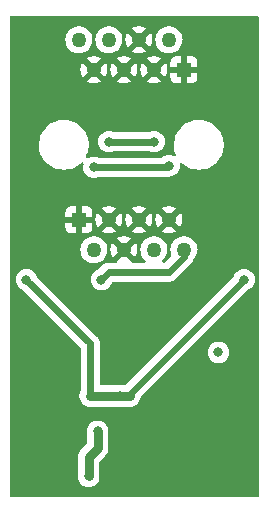
<source format=gbr>
G04 #@! TF.GenerationSoftware,KiCad,Pcbnew,(6.0.0)*
G04 #@! TF.CreationDate,2022-04-05T21:53:00-07:00*
G04 #@! TF.ProjectId,MoistureSensor,4d6f6973-7475-4726-9553-656e736f722e,rev?*
G04 #@! TF.SameCoordinates,Original*
G04 #@! TF.FileFunction,Copper,L2,Bot*
G04 #@! TF.FilePolarity,Positive*
%FSLAX46Y46*%
G04 Gerber Fmt 4.6, Leading zero omitted, Abs format (unit mm)*
G04 Created by KiCad (PCBNEW (6.0.0)) date 2022-04-05 21:53:00*
%MOMM*%
%LPD*%
G01*
G04 APERTURE LIST*
G04 #@! TA.AperFunction,ComponentPad*
%ADD10R,1.268000X1.268000*%
G04 #@! TD*
G04 #@! TA.AperFunction,ComponentPad*
%ADD11C,1.268000*%
G04 #@! TD*
G04 #@! TA.AperFunction,ViaPad*
%ADD12C,0.600000*%
G04 #@! TD*
G04 #@! TA.AperFunction,ViaPad*
%ADD13C,0.800000*%
G04 #@! TD*
G04 #@! TA.AperFunction,Conductor*
%ADD14C,0.600000*%
G04 #@! TD*
G04 #@! TA.AperFunction,Conductor*
%ADD15C,0.800000*%
G04 #@! TD*
G04 APERTURE END LIST*
D10*
X135890000Y-53340000D03*
D11*
X137160000Y-55880000D03*
X138430000Y-53340000D03*
X139700000Y-55880000D03*
X140970000Y-53340000D03*
X142240000Y-55880000D03*
X143510000Y-53340000D03*
X144780000Y-55880000D03*
D10*
X144780000Y-40640000D03*
D11*
X143510000Y-38100000D03*
X142240000Y-40640000D03*
X140970000Y-38100000D03*
X139700000Y-40640000D03*
X138430000Y-38100000D03*
X137160000Y-40640000D03*
X135890000Y-38100000D03*
D12*
X142875000Y-71755000D03*
X149021800Y-68884800D03*
X143510000Y-73406000D03*
X137795000Y-76200000D03*
X149860000Y-76200000D03*
X142875000Y-69850000D03*
D13*
X137795000Y-58420000D03*
X136715500Y-75057000D03*
X149860000Y-58420000D03*
X137477500Y-71247000D03*
X131445000Y-58420000D03*
X139385000Y-68260000D03*
X137160000Y-48895000D03*
X147701015Y-64571229D03*
X143510000Y-48768000D03*
X142240000Y-46736000D03*
X138430000Y-46736000D03*
D14*
X143510000Y-57785000D02*
X144780000Y-56515000D01*
X138430000Y-57785000D02*
X143510000Y-57785000D01*
X137795000Y-58420000D02*
X138430000Y-57785000D01*
X144780000Y-56515000D02*
X144780000Y-55880000D01*
D15*
X136715500Y-73406000D02*
X136715500Y-75057000D01*
D14*
X140208000Y-68260000D02*
X140208000Y-68072000D01*
X136840000Y-63815000D02*
X131445000Y-58420000D01*
X140208000Y-68072000D02*
X149860000Y-58420000D01*
D15*
X139385000Y-68260000D02*
X136840000Y-68260000D01*
X139385000Y-68260000D02*
X140208000Y-68260000D01*
X137477500Y-72644000D02*
X136715500Y-73406000D01*
X137477500Y-71247000D02*
X137477500Y-72644000D01*
D14*
X136840000Y-68260000D02*
X136840000Y-63815000D01*
X137160000Y-48895000D02*
X143383000Y-48895000D01*
X142240000Y-46736000D02*
X138430000Y-46736000D01*
G04 #@! TA.AperFunction,Conductor*
G36*
X151072121Y-36088002D02*
G01*
X151118614Y-36141658D01*
X151130000Y-36194000D01*
X151130000Y-76709000D01*
X151109998Y-76777121D01*
X151056342Y-76823614D01*
X151004000Y-76835000D01*
X130174000Y-76835000D01*
X130105879Y-76814998D01*
X130059386Y-76761342D01*
X130048000Y-76709000D01*
X130048000Y-75057000D01*
X135801996Y-75057000D01*
X135821958Y-75246928D01*
X135880973Y-75428556D01*
X135976460Y-75593944D01*
X136104247Y-75735866D01*
X136258748Y-75848118D01*
X136264776Y-75850802D01*
X136264778Y-75850803D01*
X136427181Y-75923109D01*
X136433212Y-75925794D01*
X136526612Y-75945647D01*
X136613556Y-75964128D01*
X136613561Y-75964128D01*
X136620013Y-75965500D01*
X136810987Y-75965500D01*
X136817439Y-75964128D01*
X136817444Y-75964128D01*
X136904388Y-75945647D01*
X136997788Y-75925794D01*
X137003819Y-75923109D01*
X137166222Y-75850803D01*
X137166224Y-75850802D01*
X137172252Y-75848118D01*
X137326753Y-75735866D01*
X137454540Y-75593944D01*
X137550027Y-75428556D01*
X137609042Y-75246928D01*
X137629004Y-75057000D01*
X137624690Y-75015955D01*
X137624000Y-75002784D01*
X137624000Y-73834503D01*
X137644002Y-73766382D01*
X137660905Y-73745408D01*
X138062332Y-73343981D01*
X138077365Y-73331140D01*
X138083413Y-73326746D01*
X138083414Y-73326745D01*
X138088753Y-73322866D01*
X138134516Y-73272041D01*
X138139057Y-73267256D01*
X138153572Y-73252741D01*
X138166494Y-73236784D01*
X138170778Y-73231769D01*
X138212119Y-73185855D01*
X138212123Y-73185850D01*
X138216540Y-73180944D01*
X138219840Y-73175228D01*
X138219843Y-73175224D01*
X138223573Y-73168763D01*
X138234773Y-73152466D01*
X138239475Y-73146660D01*
X138239476Y-73146658D01*
X138243629Y-73141530D01*
X138272431Y-73085004D01*
X138274688Y-73080574D01*
X138277836Y-73074777D01*
X138308724Y-73021277D01*
X138312027Y-73015556D01*
X138316375Y-73002174D01*
X138323938Y-72983915D01*
X138330330Y-72971370D01*
X138348037Y-72905288D01*
X138349909Y-72898969D01*
X138352880Y-72889827D01*
X138371042Y-72833928D01*
X138372514Y-72819925D01*
X138376115Y-72800496D01*
X138379757Y-72786903D01*
X138382632Y-72732043D01*
X138383336Y-72718616D01*
X138383853Y-72712042D01*
X138385656Y-72694884D01*
X138385656Y-72694882D01*
X138386000Y-72691610D01*
X138386000Y-72671074D01*
X138386173Y-72664480D01*
X138389407Y-72602782D01*
X138389407Y-72602777D01*
X138389752Y-72596190D01*
X138387551Y-72582293D01*
X138386000Y-72562583D01*
X138386000Y-71301216D01*
X138386690Y-71288045D01*
X138390314Y-71253565D01*
X138391004Y-71247000D01*
X138371042Y-71057072D01*
X138312027Y-70875444D01*
X138216540Y-70710056D01*
X138088753Y-70568134D01*
X137934252Y-70455882D01*
X137928224Y-70453198D01*
X137928222Y-70453197D01*
X137765819Y-70380891D01*
X137765818Y-70380891D01*
X137759788Y-70378206D01*
X137666388Y-70358353D01*
X137579444Y-70339872D01*
X137579439Y-70339872D01*
X137572987Y-70338500D01*
X137382013Y-70338500D01*
X137375561Y-70339872D01*
X137375556Y-70339872D01*
X137288612Y-70358353D01*
X137195212Y-70378206D01*
X137189182Y-70380891D01*
X137189181Y-70380891D01*
X137026778Y-70453197D01*
X137026776Y-70453198D01*
X137020748Y-70455882D01*
X136866247Y-70568134D01*
X136738460Y-70710056D01*
X136642973Y-70875444D01*
X136583958Y-71057072D01*
X136563996Y-71247000D01*
X136564686Y-71253565D01*
X136568310Y-71288045D01*
X136569000Y-71301216D01*
X136569000Y-72215497D01*
X136548998Y-72283618D01*
X136532095Y-72304592D01*
X136130668Y-72706019D01*
X136115635Y-72718860D01*
X136104247Y-72727134D01*
X136099827Y-72732043D01*
X136058484Y-72777959D01*
X136053943Y-72782744D01*
X136039428Y-72797259D01*
X136037352Y-72799823D01*
X136026506Y-72813216D01*
X136022222Y-72818231D01*
X135980881Y-72864145D01*
X135980877Y-72864150D01*
X135976460Y-72869056D01*
X135973160Y-72874772D01*
X135973157Y-72874776D01*
X135969427Y-72881237D01*
X135958227Y-72897533D01*
X135949371Y-72908470D01*
X135920569Y-72964997D01*
X135918315Y-72969421D01*
X135915169Y-72975215D01*
X135880973Y-73034444D01*
X135878932Y-73040726D01*
X135878931Y-73040728D01*
X135876625Y-73047826D01*
X135869060Y-73066092D01*
X135862671Y-73078630D01*
X135860963Y-73085003D01*
X135860963Y-73085004D01*
X135844969Y-73144695D01*
X135843100Y-73151003D01*
X135821958Y-73216072D01*
X135821268Y-73222637D01*
X135821266Y-73222646D01*
X135820485Y-73230075D01*
X135816883Y-73249509D01*
X135815392Y-73255077D01*
X135813243Y-73263097D01*
X135812898Y-73269688D01*
X135812897Y-73269692D01*
X135809664Y-73331384D01*
X135809147Y-73337958D01*
X135808514Y-73343981D01*
X135807000Y-73358390D01*
X135807000Y-73378926D01*
X135806827Y-73385520D01*
X135803248Y-73453810D01*
X135804280Y-73460325D01*
X135805449Y-73467705D01*
X135807000Y-73487417D01*
X135807000Y-75002784D01*
X135806310Y-75015955D01*
X135801996Y-75057000D01*
X130048000Y-75057000D01*
X130048000Y-58420000D01*
X130531496Y-58420000D01*
X130532186Y-58426565D01*
X130549824Y-58594377D01*
X130551458Y-58609928D01*
X130610473Y-58791556D01*
X130705960Y-58956944D01*
X130833747Y-59098866D01*
X130988248Y-59211118D01*
X130994276Y-59213802D01*
X130994278Y-59213803D01*
X131155242Y-59285468D01*
X131193088Y-59311480D01*
X135994595Y-64112987D01*
X136028621Y-64175299D01*
X136031500Y-64202082D01*
X136031500Y-67815506D01*
X136020607Y-67866755D01*
X135971206Y-67977712D01*
X135931500Y-68164513D01*
X135931500Y-68355487D01*
X135971206Y-68542288D01*
X136048882Y-68716752D01*
X136161134Y-68871253D01*
X136303056Y-68999040D01*
X136468444Y-69094527D01*
X136650072Y-69153542D01*
X136656633Y-69154232D01*
X136656635Y-69154232D01*
X136709889Y-69159829D01*
X136792390Y-69168500D01*
X140255610Y-69168500D01*
X140338111Y-69159829D01*
X140391365Y-69154232D01*
X140391367Y-69154232D01*
X140397928Y-69153542D01*
X140579556Y-69094527D01*
X140744944Y-68999040D01*
X140886866Y-68871253D01*
X140999118Y-68716752D01*
X141076794Y-68542288D01*
X141116500Y-68355487D01*
X141116500Y-68348884D01*
X141116768Y-68346335D01*
X141143781Y-68280678D01*
X141152983Y-68270409D01*
X144852163Y-64571229D01*
X146787511Y-64571229D01*
X146807473Y-64761157D01*
X146866488Y-64942785D01*
X146961975Y-65108173D01*
X147089762Y-65250095D01*
X147244263Y-65362347D01*
X147250291Y-65365031D01*
X147250293Y-65365032D01*
X147412696Y-65437338D01*
X147418727Y-65440023D01*
X147512127Y-65459876D01*
X147599071Y-65478357D01*
X147599076Y-65478357D01*
X147605528Y-65479729D01*
X147796502Y-65479729D01*
X147802954Y-65478357D01*
X147802959Y-65478357D01*
X147889903Y-65459876D01*
X147983303Y-65440023D01*
X147989334Y-65437338D01*
X148151737Y-65365032D01*
X148151739Y-65365031D01*
X148157767Y-65362347D01*
X148312268Y-65250095D01*
X148440055Y-65108173D01*
X148535542Y-64942785D01*
X148594557Y-64761157D01*
X148614519Y-64571229D01*
X148594557Y-64381301D01*
X148535542Y-64199673D01*
X148440055Y-64034285D01*
X148312268Y-63892363D01*
X148157767Y-63780111D01*
X148151739Y-63777427D01*
X148151737Y-63777426D01*
X147989334Y-63705120D01*
X147989333Y-63705120D01*
X147983303Y-63702435D01*
X147889903Y-63682582D01*
X147802959Y-63664101D01*
X147802954Y-63664101D01*
X147796502Y-63662729D01*
X147605528Y-63662729D01*
X147599076Y-63664101D01*
X147599071Y-63664101D01*
X147512127Y-63682582D01*
X147418727Y-63702435D01*
X147412697Y-63705120D01*
X147412696Y-63705120D01*
X147250293Y-63777426D01*
X147250291Y-63777427D01*
X147244263Y-63780111D01*
X147089762Y-63892363D01*
X146961975Y-64034285D01*
X146866488Y-64199673D01*
X146807473Y-64381301D01*
X146787511Y-64571229D01*
X144852163Y-64571229D01*
X150111912Y-59311480D01*
X150149758Y-59285468D01*
X150310722Y-59213803D01*
X150310724Y-59213802D01*
X150316752Y-59211118D01*
X150471253Y-59098866D01*
X150599040Y-58956944D01*
X150694527Y-58791556D01*
X150753542Y-58609928D01*
X150755177Y-58594377D01*
X150772814Y-58426565D01*
X150773504Y-58420000D01*
X150760347Y-58294815D01*
X150754232Y-58236635D01*
X150754232Y-58236633D01*
X150753542Y-58230072D01*
X150694527Y-58048444D01*
X150599040Y-57883056D01*
X150471253Y-57741134D01*
X150316752Y-57628882D01*
X150310724Y-57626198D01*
X150310722Y-57626197D01*
X150148319Y-57553891D01*
X150148318Y-57553891D01*
X150142288Y-57551206D01*
X150048887Y-57531353D01*
X149961944Y-57512872D01*
X149961939Y-57512872D01*
X149955487Y-57511500D01*
X149764513Y-57511500D01*
X149758061Y-57512872D01*
X149758056Y-57512872D01*
X149671113Y-57531353D01*
X149577712Y-57551206D01*
X149571682Y-57553891D01*
X149571681Y-57553891D01*
X149409278Y-57626197D01*
X149409276Y-57626198D01*
X149403248Y-57628882D01*
X149248747Y-57741134D01*
X149120960Y-57883056D01*
X149025473Y-58048444D01*
X149023432Y-58054725D01*
X149023432Y-58054726D01*
X149004646Y-58112543D01*
X148973908Y-58162701D01*
X139822013Y-67314595D01*
X139759701Y-67348621D01*
X139732918Y-67351500D01*
X137774500Y-67351500D01*
X137706379Y-67331498D01*
X137659886Y-67277842D01*
X137648500Y-67225500D01*
X137648500Y-63824165D01*
X137648507Y-63822846D01*
X137648954Y-63780111D01*
X137649450Y-63732779D01*
X137647963Y-63725901D01*
X137647962Y-63725891D01*
X137640291Y-63690413D01*
X137638230Y-63677831D01*
X137634182Y-63641743D01*
X137633397Y-63634745D01*
X137622368Y-63603074D01*
X137618205Y-63588265D01*
X137612607Y-63562371D01*
X137612606Y-63562368D01*
X137611119Y-63555490D01*
X137592792Y-63516187D01*
X137588010Y-63504411D01*
X137573745Y-63463448D01*
X137570010Y-63457470D01*
X137555973Y-63435005D01*
X137548634Y-63421488D01*
X137537441Y-63397486D01*
X137537440Y-63397485D01*
X137534462Y-63391098D01*
X137507894Y-63356847D01*
X137500598Y-63346388D01*
X137481358Y-63315596D01*
X137481356Y-63315593D01*
X137477626Y-63309624D01*
X137449024Y-63280821D01*
X137448439Y-63280196D01*
X137447922Y-63279530D01*
X137421932Y-63253540D01*
X137349815Y-63180918D01*
X137348778Y-63180260D01*
X137347549Y-63179157D01*
X132588392Y-58420000D01*
X136881496Y-58420000D01*
X136882186Y-58426565D01*
X136899824Y-58594377D01*
X136901458Y-58609928D01*
X136960473Y-58791556D01*
X137055960Y-58956944D01*
X137183747Y-59098866D01*
X137338248Y-59211118D01*
X137344276Y-59213802D01*
X137344278Y-59213803D01*
X137506681Y-59286109D01*
X137512712Y-59288794D01*
X137606113Y-59308647D01*
X137693056Y-59327128D01*
X137693061Y-59327128D01*
X137699513Y-59328500D01*
X137890487Y-59328500D01*
X137896939Y-59327128D01*
X137896944Y-59327128D01*
X137983887Y-59308647D01*
X138077288Y-59288794D01*
X138083319Y-59286109D01*
X138245722Y-59213803D01*
X138245724Y-59213802D01*
X138251752Y-59211118D01*
X138406253Y-59098866D01*
X138534040Y-58956944D01*
X138629527Y-58791556D01*
X138650354Y-58727457D01*
X138681092Y-58677299D01*
X138727986Y-58630405D01*
X138790298Y-58596379D01*
X138817081Y-58593500D01*
X143500786Y-58593500D01*
X143502106Y-58593507D01*
X143592221Y-58594451D01*
X143634597Y-58585289D01*
X143647163Y-58583231D01*
X143690255Y-58578397D01*
X143696906Y-58576081D01*
X143696910Y-58576080D01*
X143721930Y-58567367D01*
X143736742Y-58563204D01*
X143762619Y-58557609D01*
X143769510Y-58556119D01*
X143808813Y-58537792D01*
X143820589Y-58533010D01*
X143861552Y-58518745D01*
X143867527Y-58515011D01*
X143867530Y-58515010D01*
X143889995Y-58500973D01*
X143903512Y-58493634D01*
X143927514Y-58482441D01*
X143927515Y-58482440D01*
X143933902Y-58479462D01*
X143968153Y-58452894D01*
X143978612Y-58445598D01*
X144009404Y-58426358D01*
X144009407Y-58426356D01*
X144015376Y-58422626D01*
X144044179Y-58394024D01*
X144044804Y-58393439D01*
X144045470Y-58392922D01*
X144071460Y-58366932D01*
X144144082Y-58294815D01*
X144144740Y-58293778D01*
X144145843Y-58292549D01*
X145345158Y-57093234D01*
X145346095Y-57092306D01*
X145405475Y-57034157D01*
X145405476Y-57034156D01*
X145410507Y-57029229D01*
X145433998Y-56992779D01*
X145441417Y-56982454D01*
X145468476Y-56948557D01*
X145472809Y-56939595D01*
X145483072Y-56918363D01*
X145490602Y-56904945D01*
X145491957Y-56902842D01*
X145508765Y-56876762D01*
X145511173Y-56870145D01*
X145511176Y-56870140D01*
X145523592Y-56836027D01*
X145528553Y-56824284D01*
X145544354Y-56791597D01*
X145544356Y-56791592D01*
X145547421Y-56785251D01*
X145549004Y-56778395D01*
X145549006Y-56778389D01*
X145554529Y-56754463D01*
X145587978Y-56694120D01*
X145591331Y-56691331D01*
X145725598Y-56529892D01*
X145828197Y-56346688D01*
X145895692Y-56147854D01*
X145896538Y-56142023D01*
X145925291Y-55943720D01*
X145925291Y-55943718D01*
X145925823Y-55940050D01*
X145927395Y-55880000D01*
X145908182Y-55670904D01*
X145898348Y-55636033D01*
X145890846Y-55609433D01*
X145851186Y-55468810D01*
X145848633Y-55463633D01*
X145848631Y-55463628D01*
X145760869Y-55285667D01*
X145758315Y-55280488D01*
X145632681Y-55112243D01*
X145478490Y-54969710D01*
X145300906Y-54857664D01*
X145105878Y-54779855D01*
X145100210Y-54778728D01*
X145100208Y-54778727D01*
X144905603Y-54740018D01*
X144905599Y-54740018D01*
X144899935Y-54738891D01*
X144894160Y-54738815D01*
X144894156Y-54738815D01*
X144788786Y-54737436D01*
X144689976Y-54736142D01*
X144684279Y-54737121D01*
X144684278Y-54737121D01*
X144488729Y-54770723D01*
X144483032Y-54771702D01*
X144286034Y-54844378D01*
X144281073Y-54847330D01*
X144281072Y-54847330D01*
X144183427Y-54905423D01*
X144105578Y-54951738D01*
X143947709Y-55090185D01*
X143817714Y-55255084D01*
X143815025Y-55260195D01*
X143815023Y-55260198D01*
X143801623Y-55285667D01*
X143719945Y-55440911D01*
X143657678Y-55641443D01*
X143657000Y-55647172D01*
X143657000Y-55647173D01*
X143634087Y-55840766D01*
X143619316Y-55875373D01*
X143633869Y-55899377D01*
X143637815Y-55923457D01*
X143646731Y-56059492D01*
X143648152Y-56065088D01*
X143648153Y-56065093D01*
X143693694Y-56244408D01*
X143698418Y-56263008D01*
X143700835Y-56268251D01*
X143721663Y-56313430D01*
X143732018Y-56383667D01*
X143702756Y-56448353D01*
X143696332Y-56455276D01*
X143212013Y-56939595D01*
X143149701Y-56973621D01*
X143122918Y-56976500D01*
X143056998Y-56976500D01*
X142988877Y-56956498D01*
X142942384Y-56902842D01*
X142932280Y-56832568D01*
X142961774Y-56767988D01*
X142976429Y-56753626D01*
X143046893Y-56695022D01*
X143051331Y-56691331D01*
X143185598Y-56529892D01*
X143288197Y-56346688D01*
X143355692Y-56147854D01*
X143356538Y-56142023D01*
X143385291Y-55943720D01*
X143385291Y-55943718D01*
X143385823Y-55940050D01*
X143386128Y-55928401D01*
X143401361Y-55881134D01*
X143384730Y-55847000D01*
X143383489Y-55837486D01*
X143368711Y-55676661D01*
X143368182Y-55670904D01*
X143358348Y-55636033D01*
X143350846Y-55609433D01*
X143311186Y-55468810D01*
X143308633Y-55463633D01*
X143308631Y-55463628D01*
X143220869Y-55285667D01*
X143218315Y-55280488D01*
X143092681Y-55112243D01*
X142938490Y-54969710D01*
X142760906Y-54857664D01*
X142565878Y-54779855D01*
X142560210Y-54778728D01*
X142560208Y-54778727D01*
X142365603Y-54740018D01*
X142365599Y-54740018D01*
X142359935Y-54738891D01*
X142354160Y-54738815D01*
X142354156Y-54738815D01*
X142248786Y-54737436D01*
X142149976Y-54736142D01*
X142144279Y-54737121D01*
X142144278Y-54737121D01*
X141948729Y-54770723D01*
X141943032Y-54771702D01*
X141746034Y-54844378D01*
X141741073Y-54847330D01*
X141741072Y-54847330D01*
X141643427Y-54905423D01*
X141565578Y-54951738D01*
X141407709Y-55090185D01*
X141277714Y-55255084D01*
X141275025Y-55260195D01*
X141275023Y-55260198D01*
X141261623Y-55285667D01*
X141179945Y-55440911D01*
X141117678Y-55641443D01*
X141117000Y-55647172D01*
X141093803Y-55843160D01*
X141080975Y-55873214D01*
X141093509Y-55893888D01*
X141097455Y-55917969D01*
X141099143Y-55943720D01*
X141106731Y-56059492D01*
X141108152Y-56065088D01*
X141108153Y-56065093D01*
X141153694Y-56244408D01*
X141158418Y-56263008D01*
X141246327Y-56453697D01*
X141367514Y-56625173D01*
X141371648Y-56629200D01*
X141506170Y-56760246D01*
X141541007Y-56822108D01*
X141536870Y-56892984D01*
X141495071Y-56950371D01*
X141428881Y-56976051D01*
X141418248Y-56976500D01*
X140431749Y-56976500D01*
X140363628Y-56956498D01*
X140317135Y-56902842D01*
X140312771Y-56872491D01*
X140299920Y-56839130D01*
X139712812Y-56252022D01*
X139698868Y-56244408D01*
X139697035Y-56244539D01*
X139690420Y-56248790D01*
X139104748Y-56834462D01*
X139093820Y-56854474D01*
X139081548Y-56910886D01*
X139031345Y-56961088D01*
X138970961Y-56976500D01*
X138439260Y-56976500D01*
X138437941Y-56976493D01*
X138347779Y-56975549D01*
X138340893Y-56977038D01*
X138340891Y-56977038D01*
X138331563Y-56979055D01*
X138305403Y-56984711D01*
X138292837Y-56986769D01*
X138249745Y-56991603D01*
X138243094Y-56993919D01*
X138243090Y-56993920D01*
X138218070Y-57002633D01*
X138203257Y-57006796D01*
X138170490Y-57013881D01*
X138131189Y-57032207D01*
X138119406Y-57036992D01*
X138078448Y-57051255D01*
X138072471Y-57054990D01*
X138050016Y-57069021D01*
X138036499Y-57076360D01*
X138012481Y-57087560D01*
X138012477Y-57087562D01*
X138006098Y-57090537D01*
X138000534Y-57094853D01*
X138000532Y-57094854D01*
X137971840Y-57117109D01*
X137961385Y-57124403D01*
X137924624Y-57147374D01*
X137919627Y-57152336D01*
X137919626Y-57152337D01*
X137895821Y-57175976D01*
X137895196Y-57176561D01*
X137894530Y-57177078D01*
X137868540Y-57203068D01*
X137795918Y-57275185D01*
X137795260Y-57276222D01*
X137794157Y-57277451D01*
X137543088Y-57528520D01*
X137505242Y-57554532D01*
X137344278Y-57626197D01*
X137344276Y-57626198D01*
X137338248Y-57628882D01*
X137183747Y-57741134D01*
X137055960Y-57883056D01*
X136960473Y-58048444D01*
X136901458Y-58230072D01*
X136900768Y-58236633D01*
X136900768Y-58236635D01*
X136894653Y-58294815D01*
X136881496Y-58420000D01*
X132588392Y-58420000D01*
X132331092Y-58162700D01*
X132300354Y-58112542D01*
X132281568Y-58054725D01*
X132281567Y-58054724D01*
X132279527Y-58048444D01*
X132184040Y-57883056D01*
X132056253Y-57741134D01*
X131901752Y-57628882D01*
X131895724Y-57626198D01*
X131895722Y-57626197D01*
X131733319Y-57553891D01*
X131733318Y-57553891D01*
X131727288Y-57551206D01*
X131633887Y-57531353D01*
X131546944Y-57512872D01*
X131546939Y-57512872D01*
X131540487Y-57511500D01*
X131349513Y-57511500D01*
X131343061Y-57512872D01*
X131343056Y-57512872D01*
X131256113Y-57531353D01*
X131162712Y-57551206D01*
X131156682Y-57553891D01*
X131156681Y-57553891D01*
X130994278Y-57626197D01*
X130994276Y-57626198D01*
X130988248Y-57628882D01*
X130833747Y-57741134D01*
X130705960Y-57883056D01*
X130610473Y-58048444D01*
X130551458Y-58230072D01*
X130550768Y-58236633D01*
X130550768Y-58236635D01*
X130544653Y-58294815D01*
X130531496Y-58420000D01*
X130048000Y-58420000D01*
X130048000Y-55849965D01*
X136012998Y-55849965D01*
X136026731Y-56059492D01*
X136028152Y-56065088D01*
X136028153Y-56065093D01*
X136073694Y-56244408D01*
X136078418Y-56263008D01*
X136166327Y-56453697D01*
X136287514Y-56625173D01*
X136437921Y-56771693D01*
X136442717Y-56774898D01*
X136442720Y-56774900D01*
X136531861Y-56834462D01*
X136612510Y-56888350D01*
X136617813Y-56890628D01*
X136617816Y-56890630D01*
X136800128Y-56968957D01*
X136805435Y-56971237D01*
X136891970Y-56990818D01*
X137004599Y-57016304D01*
X137004602Y-57016304D01*
X137010235Y-57017579D01*
X137016006Y-57017806D01*
X137016008Y-57017806D01*
X137078661Y-57020268D01*
X137220050Y-57025823D01*
X137225759Y-57024995D01*
X137225763Y-57024995D01*
X137422139Y-56996521D01*
X137422143Y-56996520D01*
X137427854Y-56995692D01*
X137626688Y-56928197D01*
X137809892Y-56825598D01*
X137971331Y-56691331D01*
X138105598Y-56529892D01*
X138208197Y-56346688D01*
X138275692Y-56147854D01*
X138276538Y-56142023D01*
X138305291Y-55943720D01*
X138305291Y-55943718D01*
X138305823Y-55940050D01*
X138306271Y-55922928D01*
X138320008Y-55880304D01*
X138316560Y-55873227D01*
X138541477Y-55873227D01*
X138554011Y-55893900D01*
X138557958Y-55917983D01*
X138566850Y-56053645D01*
X138568651Y-56065015D01*
X138617470Y-56257240D01*
X138621311Y-56268087D01*
X138704344Y-56448201D01*
X138710095Y-56458162D01*
X138721392Y-56474148D01*
X138731982Y-56482536D01*
X138745282Y-56475508D01*
X139327978Y-55892812D01*
X139334356Y-55881132D01*
X140064408Y-55881132D01*
X140064539Y-55882965D01*
X140068790Y-55889580D01*
X140655215Y-56476005D01*
X140667595Y-56482765D01*
X140674175Y-56477839D01*
X140744914Y-56351526D01*
X140749596Y-56341011D01*
X140813347Y-56153206D01*
X140816032Y-56142023D01*
X140844787Y-55943698D01*
X140845417Y-55936315D01*
X140845768Y-55922913D01*
X140859503Y-55880296D01*
X140844445Y-55849392D01*
X140843205Y-55839879D01*
X140828216Y-55676753D01*
X140826118Y-55665432D01*
X140772285Y-55474556D01*
X140768160Y-55463809D01*
X140680441Y-55285932D01*
X140678431Y-55282652D01*
X140669161Y-55275696D01*
X140656743Y-55282467D01*
X140072022Y-55867188D01*
X140064408Y-55881132D01*
X139334356Y-55881132D01*
X139335592Y-55878868D01*
X139335461Y-55877035D01*
X139331210Y-55870420D01*
X138743367Y-55282577D01*
X138730987Y-55275817D01*
X138725021Y-55280283D01*
X138643099Y-55435991D01*
X138638696Y-55446624D01*
X138579882Y-55636033D01*
X138577492Y-55647277D01*
X138554307Y-55843167D01*
X138541477Y-55873227D01*
X138316560Y-55873227D01*
X138304950Y-55849400D01*
X138303709Y-55839886D01*
X138303489Y-55837486D01*
X138288182Y-55670904D01*
X138278348Y-55636033D01*
X138270846Y-55609433D01*
X138231186Y-55468810D01*
X138228633Y-55463633D01*
X138228631Y-55463628D01*
X138140869Y-55285667D01*
X138138315Y-55280488D01*
X138012681Y-55112243D01*
X137858490Y-54969710D01*
X137769986Y-54913869D01*
X139097981Y-54913869D01*
X139101468Y-54922258D01*
X139687188Y-55507978D01*
X139701132Y-55515592D01*
X139702965Y-55515461D01*
X139709580Y-55511210D01*
X140294932Y-54925858D01*
X140301692Y-54913478D01*
X140295662Y-54905423D01*
X140225561Y-54861193D01*
X140215317Y-54855973D01*
X140031103Y-54782479D01*
X140020065Y-54779209D01*
X139825551Y-54740518D01*
X139814104Y-54739315D01*
X139615798Y-54736719D01*
X139604318Y-54737622D01*
X139408860Y-54771208D01*
X139397740Y-54774188D01*
X139211666Y-54842834D01*
X139201289Y-54847784D01*
X139107579Y-54903536D01*
X139097981Y-54913869D01*
X137769986Y-54913869D01*
X137680906Y-54857664D01*
X137485878Y-54779855D01*
X137480210Y-54778728D01*
X137480208Y-54778727D01*
X137285603Y-54740018D01*
X137285599Y-54740018D01*
X137279935Y-54738891D01*
X137274160Y-54738815D01*
X137274156Y-54738815D01*
X137168786Y-54737436D01*
X137069976Y-54736142D01*
X137064279Y-54737121D01*
X137064278Y-54737121D01*
X136868729Y-54770723D01*
X136863032Y-54771702D01*
X136666034Y-54844378D01*
X136661073Y-54847330D01*
X136661072Y-54847330D01*
X136563427Y-54905423D01*
X136485578Y-54951738D01*
X136327709Y-55090185D01*
X136197714Y-55255084D01*
X136195025Y-55260195D01*
X136195023Y-55260198D01*
X136181623Y-55285667D01*
X136099945Y-55440911D01*
X136037678Y-55641443D01*
X136012998Y-55849965D01*
X130048000Y-55849965D01*
X130048000Y-54018669D01*
X134748001Y-54018669D01*
X134748371Y-54025490D01*
X134753895Y-54076352D01*
X134757521Y-54091604D01*
X134802676Y-54212054D01*
X134811214Y-54227649D01*
X134887715Y-54329724D01*
X134900276Y-54342285D01*
X135002351Y-54418786D01*
X135017946Y-54427324D01*
X135138394Y-54472478D01*
X135153649Y-54476105D01*
X135204514Y-54481631D01*
X135211328Y-54482000D01*
X135617885Y-54482000D01*
X135633124Y-54477525D01*
X135634329Y-54476135D01*
X135636000Y-54468452D01*
X135636000Y-54463884D01*
X136144000Y-54463884D01*
X136148475Y-54479123D01*
X136149865Y-54480328D01*
X136157548Y-54481999D01*
X136568669Y-54481999D01*
X136575490Y-54481629D01*
X136626352Y-54476105D01*
X136641604Y-54472479D01*
X136762054Y-54427324D01*
X136777649Y-54418786D01*
X136879724Y-54342285D01*
X136892285Y-54329724D01*
X136910208Y-54305809D01*
X137828552Y-54305809D01*
X137838432Y-54318296D01*
X137877949Y-54344700D01*
X137888054Y-54350187D01*
X138070284Y-54428479D01*
X138081227Y-54432034D01*
X138274664Y-54475805D01*
X138286074Y-54477307D01*
X138484256Y-54485093D01*
X138495738Y-54484491D01*
X138692023Y-54456032D01*
X138703206Y-54453347D01*
X138891011Y-54389596D01*
X138901526Y-54384914D01*
X139023011Y-54316879D01*
X139032875Y-54306801D01*
X139032493Y-54305809D01*
X140368552Y-54305809D01*
X140378432Y-54318296D01*
X140417949Y-54344700D01*
X140428054Y-54350187D01*
X140610284Y-54428479D01*
X140621227Y-54432034D01*
X140814664Y-54475805D01*
X140826074Y-54477307D01*
X141024256Y-54485093D01*
X141035738Y-54484491D01*
X141232023Y-54456032D01*
X141243206Y-54453347D01*
X141431011Y-54389596D01*
X141441526Y-54384914D01*
X141563011Y-54316879D01*
X141572875Y-54306801D01*
X141572493Y-54305809D01*
X142908552Y-54305809D01*
X142918432Y-54318296D01*
X142957949Y-54344700D01*
X142968054Y-54350187D01*
X143150284Y-54428479D01*
X143161227Y-54432034D01*
X143354664Y-54475805D01*
X143366074Y-54477307D01*
X143564256Y-54485093D01*
X143575738Y-54484491D01*
X143772023Y-54456032D01*
X143783206Y-54453347D01*
X143971011Y-54389596D01*
X143981526Y-54384914D01*
X144103011Y-54316879D01*
X144112875Y-54306801D01*
X144109920Y-54299130D01*
X143522812Y-53712022D01*
X143508868Y-53704408D01*
X143507035Y-53704539D01*
X143500420Y-53708790D01*
X142914748Y-54294462D01*
X142908552Y-54305809D01*
X141572493Y-54305809D01*
X141569920Y-54299130D01*
X140982812Y-53712022D01*
X140968868Y-53704408D01*
X140967035Y-53704539D01*
X140960420Y-53708790D01*
X140374748Y-54294462D01*
X140368552Y-54305809D01*
X139032493Y-54305809D01*
X139029920Y-54299130D01*
X138442812Y-53712022D01*
X138428868Y-53704408D01*
X138427035Y-53704539D01*
X138420420Y-53708790D01*
X137834748Y-54294462D01*
X137828552Y-54305809D01*
X136910208Y-54305809D01*
X136968786Y-54227649D01*
X136977324Y-54212054D01*
X137022478Y-54091606D01*
X137026105Y-54076351D01*
X137031631Y-54025486D01*
X137032000Y-54018672D01*
X137032000Y-53612115D01*
X137027525Y-53596876D01*
X137026135Y-53595671D01*
X137018452Y-53594000D01*
X136162115Y-53594000D01*
X136146876Y-53598475D01*
X136145671Y-53599865D01*
X136144000Y-53607548D01*
X136144000Y-54463884D01*
X135636000Y-54463884D01*
X135636000Y-53612115D01*
X135631525Y-53596876D01*
X135630135Y-53595671D01*
X135622452Y-53594000D01*
X134766116Y-53594000D01*
X134750877Y-53598475D01*
X134749672Y-53599865D01*
X134748001Y-53607548D01*
X134748001Y-54018669D01*
X130048000Y-54018669D01*
X130048000Y-53315744D01*
X137283879Y-53315744D01*
X137296850Y-53513645D01*
X137298651Y-53525015D01*
X137347470Y-53717240D01*
X137351311Y-53728087D01*
X137434344Y-53908201D01*
X137440095Y-53918162D01*
X137451392Y-53934148D01*
X137461982Y-53942536D01*
X137475282Y-53935508D01*
X138057978Y-53352812D01*
X138064356Y-53341132D01*
X138794408Y-53341132D01*
X138794539Y-53342965D01*
X138798790Y-53349580D01*
X139385215Y-53936005D01*
X139397595Y-53942765D01*
X139404175Y-53937839D01*
X139474914Y-53811526D01*
X139479596Y-53801011D01*
X139543347Y-53613206D01*
X139546032Y-53602023D01*
X139574787Y-53403698D01*
X139575417Y-53396315D01*
X139575912Y-53377435D01*
X139588150Y-53339465D01*
X139584059Y-53331068D01*
X139813136Y-53331068D01*
X139823654Y-53348417D01*
X139827599Y-53372496D01*
X139836850Y-53513645D01*
X139838651Y-53525015D01*
X139887470Y-53717240D01*
X139891311Y-53728087D01*
X139974344Y-53908201D01*
X139980095Y-53918162D01*
X139991392Y-53934148D01*
X140001982Y-53942536D01*
X140015282Y-53935508D01*
X140597978Y-53352812D01*
X140604356Y-53341132D01*
X141334408Y-53341132D01*
X141334539Y-53342965D01*
X141338790Y-53349580D01*
X141925215Y-53936005D01*
X141937595Y-53942765D01*
X141944175Y-53937839D01*
X142014914Y-53811526D01*
X142019596Y-53801011D01*
X142083347Y-53613206D01*
X142086032Y-53602023D01*
X142114787Y-53403698D01*
X142115417Y-53396315D01*
X142115912Y-53377435D01*
X142128150Y-53339465D01*
X142124059Y-53331068D01*
X142353136Y-53331068D01*
X142363654Y-53348417D01*
X142367599Y-53372496D01*
X142376850Y-53513645D01*
X142378651Y-53525015D01*
X142427470Y-53717240D01*
X142431311Y-53728087D01*
X142514344Y-53908201D01*
X142520095Y-53918162D01*
X142531392Y-53934148D01*
X142541982Y-53942536D01*
X142555282Y-53935508D01*
X143137978Y-53352812D01*
X143144356Y-53341132D01*
X143874408Y-53341132D01*
X143874539Y-53342965D01*
X143878790Y-53349580D01*
X144465215Y-53936005D01*
X144477595Y-53942765D01*
X144484175Y-53937839D01*
X144554914Y-53811526D01*
X144559596Y-53801011D01*
X144623347Y-53613206D01*
X144626032Y-53602023D01*
X144654787Y-53403698D01*
X144655417Y-53396316D01*
X144656795Y-53343704D01*
X144656552Y-53336305D01*
X144638216Y-53136753D01*
X144636118Y-53125432D01*
X144582285Y-52934556D01*
X144578160Y-52923809D01*
X144490441Y-52745932D01*
X144488431Y-52742652D01*
X144479161Y-52735696D01*
X144466743Y-52742467D01*
X143882022Y-53327188D01*
X143874408Y-53341132D01*
X143144356Y-53341132D01*
X143145592Y-53338868D01*
X143145461Y-53337035D01*
X143141210Y-53330420D01*
X142553367Y-52742577D01*
X142540987Y-52735817D01*
X142535021Y-52740283D01*
X142453099Y-52895991D01*
X142448696Y-52906624D01*
X142389882Y-53096033D01*
X142387492Y-53107278D01*
X142364024Y-53305559D01*
X142353136Y-53331068D01*
X142124059Y-53331068D01*
X142114667Y-53311793D01*
X142113426Y-53302279D01*
X142098216Y-53136753D01*
X142096118Y-53125432D01*
X142042285Y-52934556D01*
X142038160Y-52923809D01*
X141950441Y-52745932D01*
X141948431Y-52742652D01*
X141939161Y-52735696D01*
X141926743Y-52742467D01*
X141342022Y-53327188D01*
X141334408Y-53341132D01*
X140604356Y-53341132D01*
X140605592Y-53338868D01*
X140605461Y-53337035D01*
X140601210Y-53330420D01*
X140013367Y-52742577D01*
X140000987Y-52735817D01*
X139995021Y-52740283D01*
X139913099Y-52895991D01*
X139908696Y-52906624D01*
X139849882Y-53096033D01*
X139847492Y-53107278D01*
X139824024Y-53305559D01*
X139813136Y-53331068D01*
X139584059Y-53331068D01*
X139574667Y-53311793D01*
X139573426Y-53302279D01*
X139558216Y-53136753D01*
X139556118Y-53125432D01*
X139502285Y-52934556D01*
X139498160Y-52923809D01*
X139410441Y-52745932D01*
X139408431Y-52742652D01*
X139399161Y-52735696D01*
X139386743Y-52742467D01*
X138802022Y-53327188D01*
X138794408Y-53341132D01*
X138064356Y-53341132D01*
X138065592Y-53338868D01*
X138065461Y-53337035D01*
X138061210Y-53330420D01*
X137473367Y-52742577D01*
X137460987Y-52735817D01*
X137455021Y-52740283D01*
X137373099Y-52895991D01*
X137368696Y-52906624D01*
X137309882Y-53096033D01*
X137307492Y-53107277D01*
X137284180Y-53304243D01*
X137283879Y-53315744D01*
X130048000Y-53315744D01*
X130048000Y-53067885D01*
X134748000Y-53067885D01*
X134752475Y-53083124D01*
X134753865Y-53084329D01*
X134761548Y-53086000D01*
X135617885Y-53086000D01*
X135633124Y-53081525D01*
X135634329Y-53080135D01*
X135636000Y-53072452D01*
X135636000Y-53067885D01*
X136144000Y-53067885D01*
X136148475Y-53083124D01*
X136149865Y-53084329D01*
X136157548Y-53086000D01*
X137013884Y-53086000D01*
X137029123Y-53081525D01*
X137030328Y-53080135D01*
X137031999Y-53072452D01*
X137031999Y-52661331D01*
X137031629Y-52654510D01*
X137026105Y-52603648D01*
X137022479Y-52588396D01*
X136977324Y-52467946D01*
X136968786Y-52452351D01*
X136909967Y-52373869D01*
X137827981Y-52373869D01*
X137831468Y-52382258D01*
X138417188Y-52967978D01*
X138431132Y-52975592D01*
X138432965Y-52975461D01*
X138439580Y-52971210D01*
X139024932Y-52385858D01*
X139031478Y-52373869D01*
X140367981Y-52373869D01*
X140371468Y-52382258D01*
X140957188Y-52967978D01*
X140971132Y-52975592D01*
X140972965Y-52975461D01*
X140979580Y-52971210D01*
X141564932Y-52385858D01*
X141571478Y-52373869D01*
X142907981Y-52373869D01*
X142911468Y-52382258D01*
X143497188Y-52967978D01*
X143511132Y-52975592D01*
X143512965Y-52975461D01*
X143519580Y-52971210D01*
X144104932Y-52385858D01*
X144111692Y-52373478D01*
X144105662Y-52365423D01*
X144035561Y-52321193D01*
X144025317Y-52315973D01*
X143841103Y-52242479D01*
X143830065Y-52239209D01*
X143635551Y-52200518D01*
X143624104Y-52199315D01*
X143425798Y-52196719D01*
X143414318Y-52197622D01*
X143218860Y-52231208D01*
X143207740Y-52234188D01*
X143021666Y-52302834D01*
X143011289Y-52307784D01*
X142917579Y-52363536D01*
X142907981Y-52373869D01*
X141571478Y-52373869D01*
X141571692Y-52373478D01*
X141565662Y-52365423D01*
X141495561Y-52321193D01*
X141485317Y-52315973D01*
X141301103Y-52242479D01*
X141290065Y-52239209D01*
X141095551Y-52200518D01*
X141084104Y-52199315D01*
X140885798Y-52196719D01*
X140874318Y-52197622D01*
X140678860Y-52231208D01*
X140667740Y-52234188D01*
X140481666Y-52302834D01*
X140471289Y-52307784D01*
X140377579Y-52363536D01*
X140367981Y-52373869D01*
X139031478Y-52373869D01*
X139031692Y-52373478D01*
X139025662Y-52365423D01*
X138955561Y-52321193D01*
X138945317Y-52315973D01*
X138761103Y-52242479D01*
X138750065Y-52239209D01*
X138555551Y-52200518D01*
X138544104Y-52199315D01*
X138345798Y-52196719D01*
X138334318Y-52197622D01*
X138138860Y-52231208D01*
X138127740Y-52234188D01*
X137941666Y-52302834D01*
X137931289Y-52307784D01*
X137837579Y-52363536D01*
X137827981Y-52373869D01*
X136909967Y-52373869D01*
X136892285Y-52350276D01*
X136879724Y-52337715D01*
X136777649Y-52261214D01*
X136762054Y-52252676D01*
X136641606Y-52207522D01*
X136626351Y-52203895D01*
X136575486Y-52198369D01*
X136568672Y-52198000D01*
X136162115Y-52198000D01*
X136146876Y-52202475D01*
X136145671Y-52203865D01*
X136144000Y-52211548D01*
X136144000Y-53067885D01*
X135636000Y-53067885D01*
X135636000Y-52216116D01*
X135631525Y-52200877D01*
X135630135Y-52199672D01*
X135622452Y-52198001D01*
X135211331Y-52198001D01*
X135204510Y-52198371D01*
X135153648Y-52203895D01*
X135138396Y-52207521D01*
X135017946Y-52252676D01*
X135002351Y-52261214D01*
X134900276Y-52337715D01*
X134887715Y-52350276D01*
X134811214Y-52452351D01*
X134802676Y-52467946D01*
X134757522Y-52588394D01*
X134753895Y-52603649D01*
X134748369Y-52654514D01*
X134748000Y-52661328D01*
X134748000Y-53067885D01*
X130048000Y-53067885D01*
X130048000Y-47122703D01*
X132510743Y-47122703D01*
X132548268Y-47407734D01*
X132624129Y-47685036D01*
X132625813Y-47688984D01*
X132716627Y-47901892D01*
X132736923Y-47949476D01*
X132782024Y-48024834D01*
X132851948Y-48141668D01*
X132884561Y-48196161D01*
X133064313Y-48420528D01*
X133272851Y-48618423D01*
X133506317Y-48786186D01*
X133510112Y-48788195D01*
X133510113Y-48788196D01*
X133531869Y-48799715D01*
X133760392Y-48920712D01*
X134030373Y-49019511D01*
X134311264Y-49080755D01*
X134339841Y-49083004D01*
X134534282Y-49098307D01*
X134534291Y-49098307D01*
X134536739Y-49098500D01*
X134692271Y-49098500D01*
X134694407Y-49098354D01*
X134694418Y-49098354D01*
X134902548Y-49084165D01*
X134902554Y-49084164D01*
X134906825Y-49083873D01*
X134911020Y-49083004D01*
X134911022Y-49083004D01*
X135047584Y-49054723D01*
X135188342Y-49025574D01*
X135459343Y-48929607D01*
X135714812Y-48797750D01*
X135718313Y-48795289D01*
X135718317Y-48795287D01*
X135837341Y-48711635D01*
X135950023Y-48632441D01*
X136081514Y-48510252D01*
X136145031Y-48478533D01*
X136215614Y-48486189D01*
X136270852Y-48530790D01*
X136293209Y-48598175D01*
X136287118Y-48641486D01*
X136266458Y-48705072D01*
X136246496Y-48895000D01*
X136247186Y-48901565D01*
X136259679Y-49020425D01*
X136266458Y-49084928D01*
X136325473Y-49266556D01*
X136420960Y-49431944D01*
X136548747Y-49573866D01*
X136631664Y-49634109D01*
X136688217Y-49675197D01*
X136703248Y-49686118D01*
X136709276Y-49688802D01*
X136709278Y-49688803D01*
X136871681Y-49761109D01*
X136877712Y-49763794D01*
X136971113Y-49783647D01*
X137058056Y-49802128D01*
X137058061Y-49802128D01*
X137064513Y-49803500D01*
X137255487Y-49803500D01*
X137261939Y-49802128D01*
X137261944Y-49802128D01*
X137348887Y-49783647D01*
X137442288Y-49763794D01*
X137553245Y-49714393D01*
X137604494Y-49703500D01*
X143428610Y-49703500D01*
X143507355Y-49694667D01*
X143556259Y-49689182D01*
X143556261Y-49689181D01*
X143563255Y-49688397D01*
X143583015Y-49681516D01*
X143605454Y-49676500D01*
X143605487Y-49676500D01*
X143611940Y-49675128D01*
X143611944Y-49675128D01*
X143698888Y-49656647D01*
X143792288Y-49636794D01*
X143924906Y-49577749D01*
X143960722Y-49561803D01*
X143960724Y-49561802D01*
X143966752Y-49559118D01*
X144121253Y-49446866D01*
X144249040Y-49304944D01*
X144344527Y-49139556D01*
X144403542Y-48957928D01*
X144407299Y-48922187D01*
X144422814Y-48774565D01*
X144423504Y-48768000D01*
X144410793Y-48647058D01*
X144423565Y-48577220D01*
X144472068Y-48525373D01*
X144540900Y-48507979D01*
X144608210Y-48530561D01*
X144622831Y-48542487D01*
X144702851Y-48618423D01*
X144936317Y-48786186D01*
X144940112Y-48788195D01*
X144940113Y-48788196D01*
X144961869Y-48799715D01*
X145190392Y-48920712D01*
X145460373Y-49019511D01*
X145741264Y-49080755D01*
X145769841Y-49083004D01*
X145964282Y-49098307D01*
X145964291Y-49098307D01*
X145966739Y-49098500D01*
X146122271Y-49098500D01*
X146124407Y-49098354D01*
X146124418Y-49098354D01*
X146332548Y-49084165D01*
X146332554Y-49084164D01*
X146336825Y-49083873D01*
X146341020Y-49083004D01*
X146341022Y-49083004D01*
X146477584Y-49054723D01*
X146618342Y-49025574D01*
X146889343Y-48929607D01*
X147144812Y-48797750D01*
X147148313Y-48795289D01*
X147148317Y-48795287D01*
X147267341Y-48711635D01*
X147380023Y-48632441D01*
X147537409Y-48486189D01*
X147587479Y-48439661D01*
X147587481Y-48439658D01*
X147590622Y-48436740D01*
X147772713Y-48214268D01*
X147922927Y-47969142D01*
X147971057Y-47859500D01*
X148036757Y-47709830D01*
X148038483Y-47705898D01*
X148066893Y-47606166D01*
X148116068Y-47433534D01*
X148117244Y-47429406D01*
X148157751Y-47144784D01*
X148157845Y-47126951D01*
X148159235Y-46861583D01*
X148159235Y-46861576D01*
X148159257Y-46857297D01*
X148121732Y-46572266D01*
X148045871Y-46294964D01*
X148035295Y-46270170D01*
X147934763Y-46034476D01*
X147934761Y-46034472D01*
X147933077Y-46030524D01*
X147785439Y-45783839D01*
X147605687Y-45559472D01*
X147397149Y-45361577D01*
X147163683Y-45193814D01*
X147141843Y-45182250D01*
X147118654Y-45169972D01*
X146909608Y-45059288D01*
X146639627Y-44960489D01*
X146358736Y-44899245D01*
X146327685Y-44896801D01*
X146135718Y-44881693D01*
X146135709Y-44881693D01*
X146133261Y-44881500D01*
X145977729Y-44881500D01*
X145975593Y-44881646D01*
X145975582Y-44881646D01*
X145767452Y-44895835D01*
X145767446Y-44895836D01*
X145763175Y-44896127D01*
X145758980Y-44896996D01*
X145758978Y-44896996D01*
X145622417Y-44925276D01*
X145481658Y-44954426D01*
X145210657Y-45050393D01*
X144955188Y-45182250D01*
X144951687Y-45184711D01*
X144951683Y-45184713D01*
X144941594Y-45191804D01*
X144719977Y-45347559D01*
X144509378Y-45543260D01*
X144327287Y-45765732D01*
X144177073Y-46010858D01*
X144061517Y-46274102D01*
X143982756Y-46550594D01*
X143942249Y-46835216D01*
X143942227Y-46839505D01*
X143942226Y-46839512D01*
X143940855Y-47101271D01*
X143940743Y-47122703D01*
X143978268Y-47407734D01*
X144054129Y-47685036D01*
X144102459Y-47798344D01*
X144110788Y-47868848D01*
X144079675Y-47932665D01*
X144019000Y-47969530D01*
X143948026Y-47967739D01*
X143935314Y-47962884D01*
X143798323Y-47901892D01*
X143798315Y-47901889D01*
X143792288Y-47899206D01*
X143698887Y-47879353D01*
X143611944Y-47860872D01*
X143611939Y-47860872D01*
X143605487Y-47859500D01*
X143414513Y-47859500D01*
X143408061Y-47860872D01*
X143408056Y-47860872D01*
X143321113Y-47879353D01*
X143227712Y-47899206D01*
X143221682Y-47901891D01*
X143221681Y-47901891D01*
X143059278Y-47974197D01*
X143059276Y-47974198D01*
X143053248Y-47976882D01*
X143047907Y-47980762D01*
X143047906Y-47980763D01*
X142935493Y-48062436D01*
X142861432Y-48086500D01*
X137604494Y-48086500D01*
X137553245Y-48075607D01*
X137448319Y-48028891D01*
X137448318Y-48028891D01*
X137442288Y-48026206D01*
X137342946Y-48005090D01*
X137261944Y-47987872D01*
X137261939Y-47987872D01*
X137255487Y-47986500D01*
X137064513Y-47986500D01*
X137058061Y-47987872D01*
X137058056Y-47987872D01*
X136977054Y-48005090D01*
X136877712Y-48026206D01*
X136871682Y-48028891D01*
X136871681Y-48028891D01*
X136709278Y-48101197D01*
X136709276Y-48101198D01*
X136703248Y-48103882D01*
X136697907Y-48107762D01*
X136697906Y-48107763D01*
X136684079Y-48117809D01*
X136617211Y-48141668D01*
X136548059Y-48125587D01*
X136498579Y-48074673D01*
X136484480Y-48005090D01*
X136494645Y-47965228D01*
X136503295Y-47945524D01*
X136608483Y-47705898D01*
X136636893Y-47606166D01*
X136686068Y-47433534D01*
X136687244Y-47429406D01*
X136727751Y-47144784D01*
X136727845Y-47126951D01*
X136729235Y-46861583D01*
X136729235Y-46861576D01*
X136729257Y-46857297D01*
X136713288Y-46736000D01*
X137516496Y-46736000D01*
X137536458Y-46925928D01*
X137595473Y-47107556D01*
X137598776Y-47113278D01*
X137598777Y-47113279D01*
X137632686Y-47172010D01*
X137690960Y-47272944D01*
X137818747Y-47414866D01*
X137973248Y-47527118D01*
X137979276Y-47529802D01*
X137979278Y-47529803D01*
X138141681Y-47602109D01*
X138147712Y-47604794D01*
X138241112Y-47624647D01*
X138328056Y-47643128D01*
X138328061Y-47643128D01*
X138334513Y-47644500D01*
X138525487Y-47644500D01*
X138531939Y-47643128D01*
X138531944Y-47643128D01*
X138618888Y-47624647D01*
X138712288Y-47604794D01*
X138823245Y-47555393D01*
X138874494Y-47544500D01*
X141795506Y-47544500D01*
X141846755Y-47555393D01*
X141957712Y-47604794D01*
X142051112Y-47624647D01*
X142138056Y-47643128D01*
X142138061Y-47643128D01*
X142144513Y-47644500D01*
X142335487Y-47644500D01*
X142341939Y-47643128D01*
X142341944Y-47643128D01*
X142428888Y-47624647D01*
X142522288Y-47604794D01*
X142528319Y-47602109D01*
X142690722Y-47529803D01*
X142690724Y-47529802D01*
X142696752Y-47527118D01*
X142851253Y-47414866D01*
X142979040Y-47272944D01*
X143037314Y-47172010D01*
X143071223Y-47113279D01*
X143071224Y-47113278D01*
X143074527Y-47107556D01*
X143133542Y-46925928D01*
X143153504Y-46736000D01*
X143152814Y-46729435D01*
X143134232Y-46552635D01*
X143134232Y-46552633D01*
X143133542Y-46546072D01*
X143074527Y-46364444D01*
X142979040Y-46199056D01*
X142851253Y-46057134D01*
X142696752Y-45944882D01*
X142690724Y-45942198D01*
X142690722Y-45942197D01*
X142528319Y-45869891D01*
X142528318Y-45869891D01*
X142522288Y-45867206D01*
X142428887Y-45847353D01*
X142341944Y-45828872D01*
X142341939Y-45828872D01*
X142335487Y-45827500D01*
X142144513Y-45827500D01*
X142138061Y-45828872D01*
X142138056Y-45828872D01*
X142051113Y-45847353D01*
X141957712Y-45867206D01*
X141951682Y-45869891D01*
X141951681Y-45869891D01*
X141846755Y-45916607D01*
X141795506Y-45927500D01*
X138874494Y-45927500D01*
X138823245Y-45916607D01*
X138718319Y-45869891D01*
X138718318Y-45869891D01*
X138712288Y-45867206D01*
X138618887Y-45847353D01*
X138531944Y-45828872D01*
X138531939Y-45828872D01*
X138525487Y-45827500D01*
X138334513Y-45827500D01*
X138328061Y-45828872D01*
X138328056Y-45828872D01*
X138241113Y-45847353D01*
X138147712Y-45867206D01*
X138141682Y-45869891D01*
X138141681Y-45869891D01*
X137979278Y-45942197D01*
X137979276Y-45942198D01*
X137973248Y-45944882D01*
X137818747Y-46057134D01*
X137690960Y-46199056D01*
X137595473Y-46364444D01*
X137536458Y-46546072D01*
X137535768Y-46552633D01*
X137535768Y-46552635D01*
X137517186Y-46729435D01*
X137516496Y-46736000D01*
X136713288Y-46736000D01*
X136691732Y-46572266D01*
X136615871Y-46294964D01*
X136605295Y-46270170D01*
X136504763Y-46034476D01*
X136504761Y-46034472D01*
X136503077Y-46030524D01*
X136355439Y-45783839D01*
X136175687Y-45559472D01*
X135967149Y-45361577D01*
X135733683Y-45193814D01*
X135711843Y-45182250D01*
X135688654Y-45169972D01*
X135479608Y-45059288D01*
X135209627Y-44960489D01*
X134928736Y-44899245D01*
X134897685Y-44896801D01*
X134705718Y-44881693D01*
X134705709Y-44881693D01*
X134703261Y-44881500D01*
X134547729Y-44881500D01*
X134545593Y-44881646D01*
X134545582Y-44881646D01*
X134337452Y-44895835D01*
X134337446Y-44895836D01*
X134333175Y-44896127D01*
X134328980Y-44896996D01*
X134328978Y-44896996D01*
X134192417Y-44925276D01*
X134051658Y-44954426D01*
X133780657Y-45050393D01*
X133525188Y-45182250D01*
X133521687Y-45184711D01*
X133521683Y-45184713D01*
X133511594Y-45191804D01*
X133289977Y-45347559D01*
X133079378Y-45543260D01*
X132897287Y-45765732D01*
X132747073Y-46010858D01*
X132631517Y-46274102D01*
X132552756Y-46550594D01*
X132512249Y-46835216D01*
X132512227Y-46839505D01*
X132512226Y-46839512D01*
X132510855Y-47101271D01*
X132510743Y-47122703D01*
X130048000Y-47122703D01*
X130048000Y-41605809D01*
X136558552Y-41605809D01*
X136568432Y-41618296D01*
X136607949Y-41644700D01*
X136618054Y-41650187D01*
X136800284Y-41728479D01*
X136811227Y-41732034D01*
X137004664Y-41775805D01*
X137016074Y-41777307D01*
X137214256Y-41785093D01*
X137225738Y-41784491D01*
X137422023Y-41756032D01*
X137433206Y-41753347D01*
X137621011Y-41689596D01*
X137631526Y-41684914D01*
X137753011Y-41616879D01*
X137762875Y-41606801D01*
X137762493Y-41605809D01*
X139098552Y-41605809D01*
X139108432Y-41618296D01*
X139147949Y-41644700D01*
X139158054Y-41650187D01*
X139340284Y-41728479D01*
X139351227Y-41732034D01*
X139544664Y-41775805D01*
X139556074Y-41777307D01*
X139754256Y-41785093D01*
X139765738Y-41784491D01*
X139962023Y-41756032D01*
X139973206Y-41753347D01*
X140161011Y-41689596D01*
X140171526Y-41684914D01*
X140293011Y-41616879D01*
X140302875Y-41606801D01*
X140302493Y-41605809D01*
X141638552Y-41605809D01*
X141648432Y-41618296D01*
X141687949Y-41644700D01*
X141698054Y-41650187D01*
X141880284Y-41728479D01*
X141891227Y-41732034D01*
X142084664Y-41775805D01*
X142096074Y-41777307D01*
X142294256Y-41785093D01*
X142305738Y-41784491D01*
X142502023Y-41756032D01*
X142513206Y-41753347D01*
X142701011Y-41689596D01*
X142711526Y-41684914D01*
X142833011Y-41616879D01*
X142842875Y-41606801D01*
X142839920Y-41599130D01*
X142559459Y-41318669D01*
X143638001Y-41318669D01*
X143638371Y-41325490D01*
X143643895Y-41376352D01*
X143647521Y-41391604D01*
X143692676Y-41512054D01*
X143701214Y-41527649D01*
X143777715Y-41629724D01*
X143790276Y-41642285D01*
X143892351Y-41718786D01*
X143907946Y-41727324D01*
X144028394Y-41772478D01*
X144043649Y-41776105D01*
X144094514Y-41781631D01*
X144101328Y-41782000D01*
X144507885Y-41782000D01*
X144523124Y-41777525D01*
X144524329Y-41776135D01*
X144526000Y-41768452D01*
X144526000Y-41763884D01*
X145034000Y-41763884D01*
X145038475Y-41779123D01*
X145039865Y-41780328D01*
X145047548Y-41781999D01*
X145458669Y-41781999D01*
X145465490Y-41781629D01*
X145516352Y-41776105D01*
X145531604Y-41772479D01*
X145652054Y-41727324D01*
X145667649Y-41718786D01*
X145769724Y-41642285D01*
X145782285Y-41629724D01*
X145858786Y-41527649D01*
X145867324Y-41512054D01*
X145912478Y-41391606D01*
X145916105Y-41376351D01*
X145921631Y-41325486D01*
X145922000Y-41318672D01*
X145922000Y-40912115D01*
X145917525Y-40896876D01*
X145916135Y-40895671D01*
X145908452Y-40894000D01*
X145052115Y-40894000D01*
X145036876Y-40898475D01*
X145035671Y-40899865D01*
X145034000Y-40907548D01*
X145034000Y-41763884D01*
X144526000Y-41763884D01*
X144526000Y-40912115D01*
X144521525Y-40896876D01*
X144520135Y-40895671D01*
X144512452Y-40894000D01*
X143656116Y-40894000D01*
X143640877Y-40898475D01*
X143639672Y-40899865D01*
X143638001Y-40907548D01*
X143638001Y-41318669D01*
X142559459Y-41318669D01*
X142252812Y-41012022D01*
X142238868Y-41004408D01*
X142237035Y-41004539D01*
X142230420Y-41008790D01*
X141644748Y-41594462D01*
X141638552Y-41605809D01*
X140302493Y-41605809D01*
X140299920Y-41599130D01*
X139712812Y-41012022D01*
X139698868Y-41004408D01*
X139697035Y-41004539D01*
X139690420Y-41008790D01*
X139104748Y-41594462D01*
X139098552Y-41605809D01*
X137762493Y-41605809D01*
X137759920Y-41599130D01*
X137172812Y-41012022D01*
X137158868Y-41004408D01*
X137157035Y-41004539D01*
X137150420Y-41008790D01*
X136564748Y-41594462D01*
X136558552Y-41605809D01*
X130048000Y-41605809D01*
X130048000Y-40615744D01*
X136013879Y-40615744D01*
X136026850Y-40813645D01*
X136028651Y-40825015D01*
X136077470Y-41017240D01*
X136081311Y-41028087D01*
X136164344Y-41208201D01*
X136170095Y-41218162D01*
X136181392Y-41234148D01*
X136191982Y-41242536D01*
X136205282Y-41235508D01*
X136787978Y-40652812D01*
X136794356Y-40641132D01*
X137524408Y-40641132D01*
X137524539Y-40642965D01*
X137528790Y-40649580D01*
X138115215Y-41236005D01*
X138127595Y-41242765D01*
X138134175Y-41237839D01*
X138204914Y-41111526D01*
X138209596Y-41101011D01*
X138273347Y-40913206D01*
X138276032Y-40902023D01*
X138304787Y-40703698D01*
X138305417Y-40696315D01*
X138305912Y-40677435D01*
X138318150Y-40639465D01*
X138314059Y-40631068D01*
X138543136Y-40631068D01*
X138553654Y-40648417D01*
X138557599Y-40672496D01*
X138566850Y-40813645D01*
X138568651Y-40825015D01*
X138617470Y-41017240D01*
X138621311Y-41028087D01*
X138704344Y-41208201D01*
X138710095Y-41218162D01*
X138721392Y-41234148D01*
X138731982Y-41242536D01*
X138745282Y-41235508D01*
X139327978Y-40652812D01*
X139334356Y-40641132D01*
X140064408Y-40641132D01*
X140064539Y-40642965D01*
X140068790Y-40649580D01*
X140655215Y-41236005D01*
X140667595Y-41242765D01*
X140674175Y-41237839D01*
X140744914Y-41111526D01*
X140749596Y-41101011D01*
X140813347Y-40913206D01*
X140816032Y-40902023D01*
X140844787Y-40703698D01*
X140845417Y-40696315D01*
X140845912Y-40677435D01*
X140858150Y-40639465D01*
X140854059Y-40631068D01*
X141083136Y-40631068D01*
X141093654Y-40648417D01*
X141097599Y-40672496D01*
X141106850Y-40813645D01*
X141108651Y-40825015D01*
X141157470Y-41017240D01*
X141161311Y-41028087D01*
X141244344Y-41208201D01*
X141250095Y-41218162D01*
X141261392Y-41234148D01*
X141271982Y-41242536D01*
X141285282Y-41235508D01*
X141867978Y-40652812D01*
X141874356Y-40641132D01*
X142604408Y-40641132D01*
X142604539Y-40642965D01*
X142608790Y-40649580D01*
X143195215Y-41236005D01*
X143207595Y-41242765D01*
X143214175Y-41237839D01*
X143284914Y-41111526D01*
X143289596Y-41101011D01*
X143353347Y-40913206D01*
X143356032Y-40902023D01*
X143384787Y-40703698D01*
X143385417Y-40696316D01*
X143386795Y-40643704D01*
X143386552Y-40636305D01*
X143368216Y-40436753D01*
X143366118Y-40425432D01*
X143349888Y-40367885D01*
X143638000Y-40367885D01*
X143642475Y-40383124D01*
X143643865Y-40384329D01*
X143651548Y-40386000D01*
X144507885Y-40386000D01*
X144523124Y-40381525D01*
X144524329Y-40380135D01*
X144526000Y-40372452D01*
X144526000Y-40367885D01*
X145034000Y-40367885D01*
X145038475Y-40383124D01*
X145039865Y-40384329D01*
X145047548Y-40386000D01*
X145903884Y-40386000D01*
X145919123Y-40381525D01*
X145920328Y-40380135D01*
X145921999Y-40372452D01*
X145921999Y-39961331D01*
X145921629Y-39954510D01*
X145916105Y-39903648D01*
X145912479Y-39888396D01*
X145867324Y-39767946D01*
X145858786Y-39752351D01*
X145782285Y-39650276D01*
X145769724Y-39637715D01*
X145667649Y-39561214D01*
X145652054Y-39552676D01*
X145531606Y-39507522D01*
X145516351Y-39503895D01*
X145465486Y-39498369D01*
X145458672Y-39498000D01*
X145052115Y-39498000D01*
X145036876Y-39502475D01*
X145035671Y-39503865D01*
X145034000Y-39511548D01*
X145034000Y-40367885D01*
X144526000Y-40367885D01*
X144526000Y-39516116D01*
X144521525Y-39500877D01*
X144520135Y-39499672D01*
X144512452Y-39498001D01*
X144101331Y-39498001D01*
X144094510Y-39498371D01*
X144043648Y-39503895D01*
X144028396Y-39507521D01*
X143907946Y-39552676D01*
X143892351Y-39561214D01*
X143790276Y-39637715D01*
X143777715Y-39650276D01*
X143701214Y-39752351D01*
X143692676Y-39767946D01*
X143647522Y-39888394D01*
X143643895Y-39903649D01*
X143638369Y-39954514D01*
X143638000Y-39961328D01*
X143638000Y-40367885D01*
X143349888Y-40367885D01*
X143312285Y-40234556D01*
X143308160Y-40223809D01*
X143220441Y-40045932D01*
X143218431Y-40042652D01*
X143209161Y-40035696D01*
X143196743Y-40042467D01*
X142612022Y-40627188D01*
X142604408Y-40641132D01*
X141874356Y-40641132D01*
X141875592Y-40638868D01*
X141875461Y-40637035D01*
X141871210Y-40630420D01*
X141283367Y-40042577D01*
X141270987Y-40035817D01*
X141265021Y-40040283D01*
X141183099Y-40195991D01*
X141178696Y-40206624D01*
X141119882Y-40396033D01*
X141117492Y-40407278D01*
X141094024Y-40605559D01*
X141083136Y-40631068D01*
X140854059Y-40631068D01*
X140844667Y-40611793D01*
X140843426Y-40602279D01*
X140828216Y-40436753D01*
X140826118Y-40425432D01*
X140772285Y-40234556D01*
X140768160Y-40223809D01*
X140680441Y-40045932D01*
X140678431Y-40042652D01*
X140669161Y-40035696D01*
X140656743Y-40042467D01*
X140072022Y-40627188D01*
X140064408Y-40641132D01*
X139334356Y-40641132D01*
X139335592Y-40638868D01*
X139335461Y-40637035D01*
X139331210Y-40630420D01*
X138743367Y-40042577D01*
X138730987Y-40035817D01*
X138725021Y-40040283D01*
X138643099Y-40195991D01*
X138638696Y-40206624D01*
X138579882Y-40396033D01*
X138577492Y-40407278D01*
X138554024Y-40605559D01*
X138543136Y-40631068D01*
X138314059Y-40631068D01*
X138304667Y-40611793D01*
X138303426Y-40602279D01*
X138288216Y-40436753D01*
X138286118Y-40425432D01*
X138232285Y-40234556D01*
X138228160Y-40223809D01*
X138140441Y-40045932D01*
X138138431Y-40042652D01*
X138129161Y-40035696D01*
X138116743Y-40042467D01*
X137532022Y-40627188D01*
X137524408Y-40641132D01*
X136794356Y-40641132D01*
X136795592Y-40638868D01*
X136795461Y-40637035D01*
X136791210Y-40630420D01*
X136203367Y-40042577D01*
X136190987Y-40035817D01*
X136185021Y-40040283D01*
X136103099Y-40195991D01*
X136098696Y-40206624D01*
X136039882Y-40396033D01*
X136037492Y-40407277D01*
X136014180Y-40604243D01*
X136013879Y-40615744D01*
X130048000Y-40615744D01*
X130048000Y-39673869D01*
X136557981Y-39673869D01*
X136561468Y-39682258D01*
X137147188Y-40267978D01*
X137161132Y-40275592D01*
X137162965Y-40275461D01*
X137169580Y-40271210D01*
X137754932Y-39685858D01*
X137761478Y-39673869D01*
X139097981Y-39673869D01*
X139101468Y-39682258D01*
X139687188Y-40267978D01*
X139701132Y-40275592D01*
X139702965Y-40275461D01*
X139709580Y-40271210D01*
X140294932Y-39685858D01*
X140301478Y-39673869D01*
X141637981Y-39673869D01*
X141641468Y-39682258D01*
X142227188Y-40267978D01*
X142241132Y-40275592D01*
X142242965Y-40275461D01*
X142249580Y-40271210D01*
X142834932Y-39685858D01*
X142841692Y-39673478D01*
X142835662Y-39665423D01*
X142765561Y-39621193D01*
X142755317Y-39615973D01*
X142571103Y-39542479D01*
X142560065Y-39539209D01*
X142365551Y-39500518D01*
X142354104Y-39499315D01*
X142155798Y-39496719D01*
X142144318Y-39497622D01*
X141948860Y-39531208D01*
X141937740Y-39534188D01*
X141751666Y-39602834D01*
X141741289Y-39607784D01*
X141647579Y-39663536D01*
X141637981Y-39673869D01*
X140301478Y-39673869D01*
X140301692Y-39673478D01*
X140295662Y-39665423D01*
X140225561Y-39621193D01*
X140215317Y-39615973D01*
X140031103Y-39542479D01*
X140020065Y-39539209D01*
X139825551Y-39500518D01*
X139814104Y-39499315D01*
X139615798Y-39496719D01*
X139604318Y-39497622D01*
X139408860Y-39531208D01*
X139397740Y-39534188D01*
X139211666Y-39602834D01*
X139201289Y-39607784D01*
X139107579Y-39663536D01*
X139097981Y-39673869D01*
X137761478Y-39673869D01*
X137761692Y-39673478D01*
X137755662Y-39665423D01*
X137685561Y-39621193D01*
X137675317Y-39615973D01*
X137491103Y-39542479D01*
X137480065Y-39539209D01*
X137285551Y-39500518D01*
X137274104Y-39499315D01*
X137075798Y-39496719D01*
X137064318Y-39497622D01*
X136868860Y-39531208D01*
X136857740Y-39534188D01*
X136671666Y-39602834D01*
X136661289Y-39607784D01*
X136567579Y-39663536D01*
X136557981Y-39673869D01*
X130048000Y-39673869D01*
X130048000Y-38069965D01*
X134742998Y-38069965D01*
X134756731Y-38279492D01*
X134758152Y-38285088D01*
X134758153Y-38285093D01*
X134803694Y-38464408D01*
X134808418Y-38483008D01*
X134896327Y-38673697D01*
X135017514Y-38845173D01*
X135167921Y-38991693D01*
X135172717Y-38994898D01*
X135172720Y-38994900D01*
X135243071Y-39041907D01*
X135342510Y-39108350D01*
X135347813Y-39110628D01*
X135347816Y-39110630D01*
X135530128Y-39188957D01*
X135535435Y-39191237D01*
X135633146Y-39213347D01*
X135734599Y-39236304D01*
X135734602Y-39236304D01*
X135740235Y-39237579D01*
X135746006Y-39237806D01*
X135746008Y-39237806D01*
X135808661Y-39240268D01*
X135950050Y-39245823D01*
X135955759Y-39244995D01*
X135955763Y-39244995D01*
X136152139Y-39216521D01*
X136152143Y-39216520D01*
X136157854Y-39215692D01*
X136356688Y-39148197D01*
X136539892Y-39045598D01*
X136701331Y-38911331D01*
X136835598Y-38749892D01*
X136938197Y-38566688D01*
X137005692Y-38367854D01*
X137006538Y-38362023D01*
X137035291Y-38163720D01*
X137035291Y-38163718D01*
X137035823Y-38160050D01*
X137036128Y-38148401D01*
X137051361Y-38101134D01*
X137048554Y-38095373D01*
X137269316Y-38095373D01*
X137283869Y-38119377D01*
X137287815Y-38143457D01*
X137296731Y-38279492D01*
X137298152Y-38285088D01*
X137298153Y-38285093D01*
X137343694Y-38464408D01*
X137348418Y-38483008D01*
X137436327Y-38673697D01*
X137557514Y-38845173D01*
X137707921Y-38991693D01*
X137712717Y-38994898D01*
X137712720Y-38994900D01*
X137783071Y-39041907D01*
X137882510Y-39108350D01*
X137887813Y-39110628D01*
X137887816Y-39110630D01*
X138070128Y-39188957D01*
X138075435Y-39191237D01*
X138173146Y-39213347D01*
X138274599Y-39236304D01*
X138274602Y-39236304D01*
X138280235Y-39237579D01*
X138286006Y-39237806D01*
X138286008Y-39237806D01*
X138348661Y-39240268D01*
X138490050Y-39245823D01*
X138495759Y-39244995D01*
X138495763Y-39244995D01*
X138692139Y-39216521D01*
X138692143Y-39216520D01*
X138697854Y-39215692D01*
X138896688Y-39148197D01*
X139043803Y-39065809D01*
X140368552Y-39065809D01*
X140378432Y-39078296D01*
X140417949Y-39104700D01*
X140428054Y-39110187D01*
X140610284Y-39188479D01*
X140621227Y-39192034D01*
X140814664Y-39235805D01*
X140826074Y-39237307D01*
X141024256Y-39245093D01*
X141035738Y-39244491D01*
X141232023Y-39216032D01*
X141243206Y-39213347D01*
X141431011Y-39149596D01*
X141441526Y-39144914D01*
X141563011Y-39076879D01*
X141572875Y-39066801D01*
X141569920Y-39059130D01*
X140982812Y-38472022D01*
X140968868Y-38464408D01*
X140967035Y-38464539D01*
X140960420Y-38468790D01*
X140374748Y-39054462D01*
X140368552Y-39065809D01*
X139043803Y-39065809D01*
X139079892Y-39045598D01*
X139241331Y-38911331D01*
X139375598Y-38749892D01*
X139478197Y-38566688D01*
X139545692Y-38367854D01*
X139546538Y-38362023D01*
X139575291Y-38163720D01*
X139575291Y-38163718D01*
X139575823Y-38160050D01*
X139576271Y-38142928D01*
X139590008Y-38100304D01*
X139586560Y-38093227D01*
X139811477Y-38093227D01*
X139824011Y-38113900D01*
X139827958Y-38137983D01*
X139836850Y-38273645D01*
X139838651Y-38285015D01*
X139887470Y-38477240D01*
X139891311Y-38488087D01*
X139974344Y-38668201D01*
X139980095Y-38678162D01*
X139991392Y-38694148D01*
X140001982Y-38702536D01*
X140015282Y-38695508D01*
X140597978Y-38112812D01*
X140604356Y-38101132D01*
X141334408Y-38101132D01*
X141334539Y-38102965D01*
X141338790Y-38109580D01*
X141925215Y-38696005D01*
X141937595Y-38702765D01*
X141944175Y-38697839D01*
X142014914Y-38571526D01*
X142019596Y-38561011D01*
X142083347Y-38373206D01*
X142086032Y-38362023D01*
X142114787Y-38163698D01*
X142115417Y-38156315D01*
X142115768Y-38142913D01*
X142129503Y-38100296D01*
X142126052Y-38093214D01*
X142350975Y-38093214D01*
X142363509Y-38113888D01*
X142367455Y-38137969D01*
X142369143Y-38163720D01*
X142376731Y-38279492D01*
X142378152Y-38285088D01*
X142378153Y-38285093D01*
X142423694Y-38464408D01*
X142428418Y-38483008D01*
X142516327Y-38673697D01*
X142637514Y-38845173D01*
X142787921Y-38991693D01*
X142792717Y-38994898D01*
X142792720Y-38994900D01*
X142863071Y-39041907D01*
X142962510Y-39108350D01*
X142967813Y-39110628D01*
X142967816Y-39110630D01*
X143150128Y-39188957D01*
X143155435Y-39191237D01*
X143253146Y-39213347D01*
X143354599Y-39236304D01*
X143354602Y-39236304D01*
X143360235Y-39237579D01*
X143366006Y-39237806D01*
X143366008Y-39237806D01*
X143428661Y-39240268D01*
X143570050Y-39245823D01*
X143575759Y-39244995D01*
X143575763Y-39244995D01*
X143772139Y-39216521D01*
X143772143Y-39216520D01*
X143777854Y-39215692D01*
X143976688Y-39148197D01*
X144159892Y-39045598D01*
X144321331Y-38911331D01*
X144455598Y-38749892D01*
X144558197Y-38566688D01*
X144625692Y-38367854D01*
X144626538Y-38362023D01*
X144655291Y-38163720D01*
X144655291Y-38163718D01*
X144655823Y-38160050D01*
X144657395Y-38100000D01*
X144638182Y-37890904D01*
X144628348Y-37856033D01*
X144620846Y-37829433D01*
X144581186Y-37688810D01*
X144578633Y-37683633D01*
X144578631Y-37683628D01*
X144490869Y-37505667D01*
X144488315Y-37500488D01*
X144362681Y-37332243D01*
X144208490Y-37189710D01*
X144030906Y-37077664D01*
X143835878Y-36999855D01*
X143830210Y-36998728D01*
X143830208Y-36998727D01*
X143635603Y-36960018D01*
X143635599Y-36960018D01*
X143629935Y-36958891D01*
X143624160Y-36958815D01*
X143624156Y-36958815D01*
X143518786Y-36957436D01*
X143419976Y-36956142D01*
X143414279Y-36957121D01*
X143414278Y-36957121D01*
X143218729Y-36990723D01*
X143213032Y-36991702D01*
X143016034Y-37064378D01*
X143011073Y-37067330D01*
X143011072Y-37067330D01*
X142913427Y-37125423D01*
X142835578Y-37171738D01*
X142677709Y-37310185D01*
X142547714Y-37475084D01*
X142545025Y-37480195D01*
X142545023Y-37480198D01*
X142531623Y-37505667D01*
X142449945Y-37660911D01*
X142387678Y-37861443D01*
X142387000Y-37867172D01*
X142363803Y-38063160D01*
X142350975Y-38093214D01*
X142126052Y-38093214D01*
X142114445Y-38069392D01*
X142113205Y-38059879D01*
X142098216Y-37896753D01*
X142096118Y-37885432D01*
X142042285Y-37694556D01*
X142038160Y-37683809D01*
X141950441Y-37505932D01*
X141948431Y-37502652D01*
X141939161Y-37495696D01*
X141926743Y-37502467D01*
X141342022Y-38087188D01*
X141334408Y-38101132D01*
X140604356Y-38101132D01*
X140605592Y-38098868D01*
X140605461Y-38097035D01*
X140601210Y-38090420D01*
X140013367Y-37502577D01*
X140000987Y-37495817D01*
X139995021Y-37500283D01*
X139913099Y-37655991D01*
X139908696Y-37666624D01*
X139849882Y-37856033D01*
X139847492Y-37867277D01*
X139824307Y-38063167D01*
X139811477Y-38093227D01*
X139586560Y-38093227D01*
X139574950Y-38069400D01*
X139573709Y-38059886D01*
X139573489Y-38057486D01*
X139558182Y-37890904D01*
X139548348Y-37856033D01*
X139540846Y-37829433D01*
X139501186Y-37688810D01*
X139498633Y-37683633D01*
X139498631Y-37683628D01*
X139410869Y-37505667D01*
X139408315Y-37500488D01*
X139282681Y-37332243D01*
X139128490Y-37189710D01*
X139039986Y-37133869D01*
X140367981Y-37133869D01*
X140371468Y-37142258D01*
X140957188Y-37727978D01*
X140971132Y-37735592D01*
X140972965Y-37735461D01*
X140979580Y-37731210D01*
X141564932Y-37145858D01*
X141571692Y-37133478D01*
X141565662Y-37125423D01*
X141495561Y-37081193D01*
X141485317Y-37075973D01*
X141301103Y-37002479D01*
X141290065Y-36999209D01*
X141095551Y-36960518D01*
X141084104Y-36959315D01*
X140885798Y-36956719D01*
X140874318Y-36957622D01*
X140678860Y-36991208D01*
X140667740Y-36994188D01*
X140481666Y-37062834D01*
X140471289Y-37067784D01*
X140377579Y-37123536D01*
X140367981Y-37133869D01*
X139039986Y-37133869D01*
X138950906Y-37077664D01*
X138755878Y-36999855D01*
X138750210Y-36998728D01*
X138750208Y-36998727D01*
X138555603Y-36960018D01*
X138555599Y-36960018D01*
X138549935Y-36958891D01*
X138544160Y-36958815D01*
X138544156Y-36958815D01*
X138438786Y-36957436D01*
X138339976Y-36956142D01*
X138334279Y-36957121D01*
X138334278Y-36957121D01*
X138138729Y-36990723D01*
X138133032Y-36991702D01*
X137936034Y-37064378D01*
X137931073Y-37067330D01*
X137931072Y-37067330D01*
X137833427Y-37125423D01*
X137755578Y-37171738D01*
X137597709Y-37310185D01*
X137467714Y-37475084D01*
X137465025Y-37480195D01*
X137465023Y-37480198D01*
X137451623Y-37505667D01*
X137369945Y-37660911D01*
X137307678Y-37861443D01*
X137307000Y-37867172D01*
X137307000Y-37867173D01*
X137284087Y-38060766D01*
X137269316Y-38095373D01*
X137048554Y-38095373D01*
X137034730Y-38067000D01*
X137033489Y-38057486D01*
X137018711Y-37896661D01*
X137018182Y-37890904D01*
X137008348Y-37856033D01*
X137000846Y-37829433D01*
X136961186Y-37688810D01*
X136958633Y-37683633D01*
X136958631Y-37683628D01*
X136870869Y-37505667D01*
X136868315Y-37500488D01*
X136742681Y-37332243D01*
X136588490Y-37189710D01*
X136410906Y-37077664D01*
X136215878Y-36999855D01*
X136210210Y-36998728D01*
X136210208Y-36998727D01*
X136015603Y-36960018D01*
X136015599Y-36960018D01*
X136009935Y-36958891D01*
X136004160Y-36958815D01*
X136004156Y-36958815D01*
X135898786Y-36957436D01*
X135799976Y-36956142D01*
X135794279Y-36957121D01*
X135794278Y-36957121D01*
X135598729Y-36990723D01*
X135593032Y-36991702D01*
X135396034Y-37064378D01*
X135391073Y-37067330D01*
X135391072Y-37067330D01*
X135293427Y-37125423D01*
X135215578Y-37171738D01*
X135057709Y-37310185D01*
X134927714Y-37475084D01*
X134925025Y-37480195D01*
X134925023Y-37480198D01*
X134911623Y-37505667D01*
X134829945Y-37660911D01*
X134767678Y-37861443D01*
X134742998Y-38069965D01*
X130048000Y-38069965D01*
X130048000Y-36194000D01*
X130068002Y-36125879D01*
X130121658Y-36079386D01*
X130174000Y-36068000D01*
X151004000Y-36068000D01*
X151072121Y-36088002D01*
G37*
G04 #@! TD.AperFunction*
M02*

</source>
